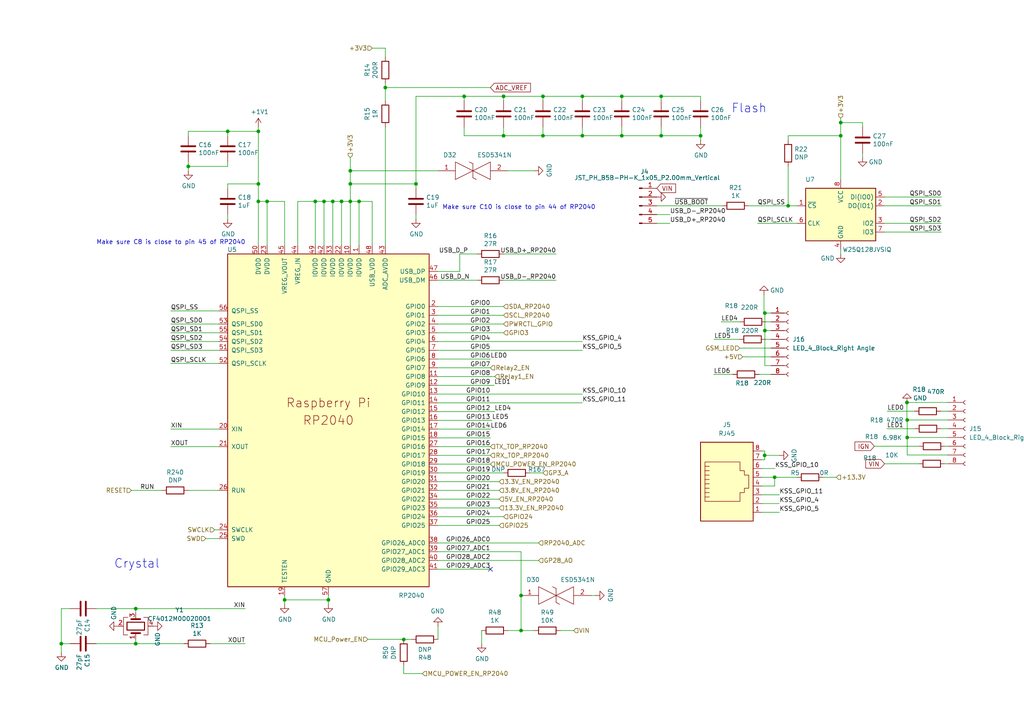
<source format=kicad_sch>
(kicad_sch (version 20231120) (generator "eeschema") (generator_version "8.0")
  (paper "A4")
  (lib_symbols
    (symbol "Connector:Conn_01x05_Male" (pin_names (offset 1.016) hide)
      (property "Reference" "J" (at 0 7.62 0))
      (property "Value" "Conn_01x05_Male" (at 0 -7.62 0))
      (symbol "Conn_01x05_Male_1_1"
        (pin passive line (at 5.08 5.08 180) (length 3.81) (name "Pin_1") (number "1"))
        (pin passive line (at 5.08 2.54 180) (length 3.81) (name "Pin_2") (number "2"))
        (pin passive line (at 5.08 0 180) (length 3.81) (name "Pin_3") (number "3"))
        (pin passive line (at 5.08 -2.54 180) (length 3.81) (name "Pin_4") (number "4"))
        (pin passive line (at 5.08 -5.08 180) (length 3.81) (name "Pin_5") (number "5"))
      )
    )
    (symbol "Connector:Conn_01x08_Socket" (pin_names (offset 1.016) hide)
      (property "Reference" "J" (at 0 10.16 0))
      (property "Value" "Conn_01x08_Socket" (at 0 -12.7 0))
      (symbol "Conn_01x08_Socket_1_1"
        (pin passive line (at -5.08 7.62 0) (length 3.81) (name "Pin_1") (number "1"))
        (pin passive line (at -5.08 5.08 0) (length 3.81) (name "Pin_2") (number "2"))
        (pin passive line (at -5.08 2.54 0) (length 3.81) (name "Pin_3") (number "3"))
        (pin passive line (at -5.08 0 0) (length 3.81) (name "Pin_4") (number "4"))
        (pin passive line (at -5.08 -2.54 0) (length 3.81) (name "Pin_5") (number "5"))
        (pin passive line (at -5.08 -5.08 0) (length 3.81) (name "Pin_6") (number "6"))
        (pin passive line (at -5.08 -7.62 0) (length 3.81) (name "Pin_7") (number "7"))
        (pin passive line (at -5.08 -10.16 0) (length 3.81) (name "Pin_8") (number "8"))
      )
    )
    (symbol "Connector:RJ45" (pin_names (offset 1.016))
      (property "Reference" "J" (at -5.08 13.97 0))
      (property "Value" "RJ45" (at 2.54 13.97 0))
      (symbol "RJ45_1_1"
        (pin passive line (at 10.16 -7.62 180) (length 2.54) (name "~") (number "1"))
        (pin passive line (at 10.16 -5.08 180) (length 2.54) (name "~") (number "2"))
        (pin passive line (at 10.16 -2.54 180) (length 2.54) (name "~") (number "3"))
        (pin passive line (at 10.16 0 180) (length 2.54) (name "~") (number "4"))
        (pin passive line (at 10.16 2.54 180) (length 2.54) (name "~") (number "5"))
        (pin passive line (at 10.16 5.08 180) (length 2.54) (name "~") (number "6"))
        (pin passive line (at 10.16 7.62 180) (length 2.54) (name "~") (number "7"))
        (pin passive line (at 10.16 10.16 180) (length 2.54) (name "~") (number "8"))
      )
    )
    (symbol "Device:C" (pin_numbers hide) (pin_names (offset 0.254))
      (property "Reference" "C" (at 0.635 2.54 0))
      (property "Value" "C" (at 0.635 -2.54 0))
      (symbol "C_1_1"
        (pin passive line (at 0 3.81 270) (length 2.794) (name "~") (number "1"))
        (pin passive line (at 0 -3.81 90) (length 2.794) (name "~") (number "2"))
      )
    )
    (symbol "Device:Crystal_GND24" (pin_names (offset 1.016) hide)
      (property "Reference" "Y" (at 3.175 5.08 0))
      (property "Value" "Crystal_GND24" (at 3.175 3.175 0))
      (symbol "Crystal_GND24_1_1"
        (pin passive line (at -3.81 0 0) (length 1.27) (name "1") (number "1"))
        (pin passive line (at 0 5.08 270) (length 1.27) (name "2") (number "2"))
        (pin passive line (at 3.81 0 180) (length 1.27) (name "3") (number "3"))
        (pin passive line (at 0 -5.08 90) (length 1.27) (name "4") (number "4"))
      )
    )
    (symbol "Device:R" (pin_numbers hide) (pin_names (offset 0))
      (property "Reference" "R" (at 2.032 0 90))
      (property "Value" "R" (at 0 0 90))
      (symbol "R_1_1"
        (pin passive line (at 0 3.81 270) (length 1.27) (name "~") (number "1"))
        (pin passive line (at 0 -3.81 90) (length 1.27) (name "~") (number "2"))
      )
    )
    (symbol "MCU_RaspberryPi_RP2040:RP2040" (pin_names (offset 1.016))
      (property "Reference" "U" (at -29.21 49.53 0))
      (property "Value" "RP2040" (at 24.13 -49.53 0))
      (symbol "RP2040_0_0"
        (text "Raspberry Pi" (at 0 5.08 0) (effects (font (size 2.54 2.54))))
        (text "RP2040" (at 0 0 0) (effects (font (size 2.54 2.54))))
      )
      (symbol "RP2040_1_1"
        (pin power_in line (at 8.89 50.8 270) (length 2.54) (name "IOVDD") (number "1"))
        (pin power_in line (at 6.35 50.8 270) (length 2.54) (name "IOVDD") (number "10"))
        (pin bidirectional line (at 31.75 12.7 180) (length 2.54) (name "GPIO8") (number "11"))
        (pin bidirectional line (at 31.75 10.16 180) (length 2.54) (name "GPIO9") (number "12"))
        (pin bidirectional line (at 31.75 7.62 180) (length 2.54) (name "GPIO10") (number "13"))
        (pin bidirectional line (at 31.75 5.08 180) (length 2.54) (name "GPIO11") (number "14"))
        (pin bidirectional line (at 31.75 2.54 180) (length 2.54) (name "GPIO12") (number "15"))
        (pin bidirectional line (at 31.75 0 180) (length 2.54) (name "GPIO13") (number "16"))
        (pin bidirectional line (at 31.75 -2.54 180) (length 2.54) (name "GPIO14") (number "17"))
        (pin bidirectional line (at 31.75 -5.08 180) (length 2.54) (name "GPIO15") (number "18"))
        (pin passive line (at -12.7 -50.8 90) (length 2.54) (name "TESTEN") (number "19"))
        (pin bidirectional line (at 31.75 33.02 180) (length 2.54) (name "GPIO0") (number "2"))
        (pin input line (at -31.75 -2.54 0) (length 2.54) (name "XIN") (number "20"))
        (pin passive line (at -31.75 -7.62 0) (length 2.54) (name "XOUT") (number "21"))
        (pin power_in line (at 3.81 50.8 270) (length 2.54) (name "IOVDD") (number "22"))
        (pin power_in line (at -17.78 50.8 270) (length 2.54) (name "DVDD") (number "23"))
        (pin output line (at -31.75 -31.75 0) (length 2.54) (name "SWCLK") (number "24"))
        (pin bidirectional line (at -31.75 -34.29 0) (length 2.54) (name "SWD") (number "25"))
        (pin input line (at -31.75 -20.32 0) (length 2.54) (name "RUN") (number "26"))
        (pin bidirectional line (at 31.75 -7.62 180) (length 2.54) (name "GPIO16") (number "27"))
        (pin bidirectional line (at 31.75 -10.16 180) (length 2.54) (name "GPIO17") (number "28"))
        (pin bidirectional line (at 31.75 -12.7 180) (length 2.54) (name "GPIO18") (number "29"))
        (pin bidirectional line (at 31.75 30.48 180) (length 2.54) (name "GPIO1") (number "3"))
        (pin bidirectional line (at 31.75 -15.24 180) (length 2.54) (name "GPIO19") (number "30"))
        (pin bidirectional line (at 31.75 -17.78 180) (length 2.54) (name "GPIO20") (number "31"))
        (pin bidirectional line (at 31.75 -20.32 180) (length 2.54) (name "GPIO21") (number "32"))
        (pin power_in line (at 1.27 50.8 270) (length 2.54) (name "IOVDD") (number "33"))
        (pin bidirectional line (at 31.75 -22.86 180) (length 2.54) (name "GPIO22") (number "34"))
        (pin bidirectional line (at 31.75 -25.4 180) (length 2.54) (name "GPIO23") (number "35"))
        (pin bidirectional line (at 31.75 -27.94 180) (length 2.54) (name "GPIO24") (number "36"))
        (pin bidirectional line (at 31.75 -30.48 180) (length 2.54) (name "GPIO25") (number "37"))
        (pin bidirectional line (at 31.75 -35.56 180) (length 2.54) (name "GPIO26_ADC0") (number "38"))
        (pin bidirectional line (at 31.75 -38.1 180) (length 2.54) (name "GPIO27_ADC1") (number "39"))
        (pin bidirectional line (at 31.75 27.94 180) (length 2.54) (name "GPIO2") (number "4"))
        (pin bidirectional line (at 31.75 -40.64 180) (length 2.54) (name "GPIO28_ADC2") (number "40"))
        (pin bidirectional line (at 31.75 -43.18 180) (length 2.54) (name "GPIO29_ADC3") (number "41"))
        (pin power_in line (at -1.27 50.8 270) (length 2.54) (name "IOVDD") (number "42"))
        (pin power_in line (at 16.51 50.8 270) (length 2.54) (name "ADC_AVDD") (number "43"))
        (pin power_in line (at -8.89 50.8 270) (length 2.54) (name "VREG_IN") (number "44"))
        (pin power_out line (at -12.7 50.8 270) (length 2.54) (name "VREG_VOUT") (number "45"))
        (pin bidirectional line (at 31.75 40.64 180) (length 2.54) (name "USB_DM") (number "46"))
        (pin bidirectional line (at 31.75 43.18 180) (length 2.54) (name "USB_DP") (number "47"))
        (pin power_in line (at 12.7 50.8 270) (length 2.54) (name "USB_VDD") (number "48"))
        (pin power_in line (at -3.81 50.8 270) (length 2.54) (name "IOVDD") (number "49"))
        (pin bidirectional line (at 31.75 25.4 180) (length 2.54) (name "GPIO3") (number "5"))
        (pin power_in line (at -20.32 50.8 270) (length 2.54) (name "DVDD") (number "50"))
        (pin bidirectional line (at -31.75 20.32 0) (length 2.54) (name "QSPI_SD3") (number "51"))
        (pin output line (at -31.75 16.51 0) (length 2.54) (name "QSPI_SCLK") (number "52"))
        (pin bidirectional line (at -31.75 27.94 0) (length 2.54) (name "QSPI_SD0") (number "53"))
        (pin bidirectional line (at -31.75 22.86 0) (length 2.54) (name "QSPI_SD2") (number "54"))
        (pin bidirectional line (at -31.75 25.4 0) (length 2.54) (name "QSPI_SD1") (number "55"))
        (pin bidirectional line (at -31.75 31.75 0) (length 2.54) (name "QSPI_SS") (number "56"))
        (pin power_in line (at 0 -50.8 90) (length 2.54) (name "GND") (number "57"))
        (pin bidirectional line (at 31.75 22.86 180) (length 2.54) (name "GPIO4") (number "6"))
        (pin bidirectional line (at 31.75 20.32 180) (length 2.54) (name "GPIO5") (number "7"))
        (pin bidirectional line (at 31.75 17.78 180) (length 2.54) (name "GPIO6") (number "8"))
        (pin bidirectional line (at 31.75 15.24 180) (length 2.54) (name "GPIO7") (number "9"))
      )
    )
    (symbol "Memory_Flash:W25Q128JVS"
      (property "Reference" "U" (at -8.89 8.89 0))
      (property "Value" "W25Q128JVS" (at 7.62 8.89 0))
      (symbol "W25Q128JVS_1_1"
        (pin input line (at -12.7 2.54 0) (length 2.54) (name "~{CS}") (number "1"))
        (pin bidirectional line (at 12.7 2.54 180) (length 2.54) (name "DO(IO1)") (number "2"))
        (pin bidirectional line (at 12.7 -2.54 180) (length 2.54) (name "IO2") (number "3"))
        (pin power_in line (at 0 -10.16 90) (length 2.54) (name "GND") (number "4"))
        (pin bidirectional line (at 12.7 5.08 180) (length 2.54) (name "DI(IO0)") (number "5"))
        (pin input line (at -12.7 -2.54 0) (length 2.54) (name "CLK") (number "6"))
        (pin bidirectional line (at 12.7 -5.08 180) (length 2.54) (name "IO3") (number "7"))
        (pin power_in line (at 0 10.16 270) (length 2.54) (name "VCC") (number "8"))
      )
    )
    (symbol "SP0402B-ULC-01ETG:SP0402B-ULC-01ETG" (pin_names (offset 0.762))
      (property "Reference" "D" (at 12.7 8.89 0))
      (property "Value" "SP0402B-ULC-01ETG" (at 12.7 6.35 0))
      (symbol "SP0402B-ULC-01ETG_0_0"
        (pin passive line (at 0 0 0) (length 5.08) (name "~") (number "1"))
        (pin passive line (at 20.32 0 180) (length 5.08) (name "~") (number "2"))
      )
    )
    (symbol "power:+1V1" (power) (pin_names (offset 0))
      (property "Value" "+1V1" (at 0 3.556 0))
      (symbol "+1V1_1_1"
        (pin power_in line (at 0 0 90) (length 0) hide (name "+1V1") (number "1"))
      )
    )
    (symbol "power:GND" (power) (pin_names (offset 0))
      (property "Value" "GND" (at 0 -3.81 0))
      (symbol "GND_1_1"
        (pin power_in line (at 0 0 270) (length 0) hide (name "GND") (number "1"))
      )
    )
  )
  (junction (at 111.76 25.4))
  (junction (at 54.61 48.26))
  (junction (at 221.8396 90.8043))
  (junction (at 39.37 186.69))
  (junction (at 151.13 182.88))
  (junction (at 180.34 27.94))
  (junction (at 117.1006 185.4727))
  (junction (at 101.6 49.53))
  (junction (at 101.6 58.42))
  (junction (at 263.1254 126.8876))
  (junction (at 221.7707 132.08))
  (junction (at 95.25 173.99))
  (junction (at 74.93 58.42))
  (junction (at 180.34 39.37))
  (junction (at 151.13 172.72))
  (junction (at 221.8396 95.8843))
  (junction (at 263.1254 121.8163))
  (junction (at 17.78 186.69))
  (junction (at 263.0568 116.7363))
  (junction (at 104.14 58.42))
  (junction (at 39.37 176.53))
  (junction (at 93.98 58.42))
  (junction (at 96.52 58.42))
  (junction (at 82.55 173.99))
  (junction (at 74.93 38.1))
  (junction (at 91.44 58.42))
  (junction (at 168.91 39.37))
  (junction (at 101.6 53.34))
  (junction (at 134.62 27.94))
  (junction (at 157.48 27.94))
  (junction (at 228.6 59.69))
  (junction (at 66.04 38.1))
  (junction (at 74.93 53.34))
  (junction (at 99.06 58.42))
  (junction (at 191.77 39.37))
  (junction (at 120.65 53.34))
  (junction (at 191.77 27.94))
  (junction (at 168.91 27.94))
  (junction (at 77.47 58.42))
  (junction (at 146.05 27.94))
  (junction (at 157.48 39.37))
  (junction (at 243.84 39.37))
  (junction (at 243.84 35.56))
  (junction (at 203.2 39.37))
  (junction (at 146.05 39.37))
  (junction (at 224.6746 138.43))
  (no_connect (at 142.24 165.1))
  (wire (pts (xy 111.76 36.83) (xy 111.76 71.12)))
  (wire (pts (xy 49.53 124.46) (xy 63.5 124.46)))
  (wire (pts (xy 59.69 156.21) (xy 63.5 156.21)))
  (wire (pts (xy 191.77 39.37) (xy 203.2 39.37)))
  (wire (pts (xy 66.04 53.34) (xy 74.93 53.34)))
  (wire (pts (xy 122.5125 195.3653) (xy 117.1006 195.3653)))
  (wire (pts (xy 127 160.02) (xy 151.13 160.02)))
  (wire (pts (xy 238.76 138.43) (xy 242.57 138.43)))
  (wire (pts (xy 191.77 27.94) (xy 203.2 27.94)))
  (wire (pts (xy 143.1694 119.3787) (xy 143.1694 119.38)))
  (wire (pts (xy 101.6 58.42) (xy 104.14 58.42)))
  (wire (pts (xy 127.039 181.6432) (xy 127.039 185.4532)))
  (wire (pts (xy 180.34 27.94) (xy 191.77 27.94)))
  (wire (pts (xy 143.4165 119.3774) (xy 143.4234 119.3787)))
  (wire (pts (xy 221.8396 90.8043) (xy 221.8396 95.8843)))
  (wire (pts (xy 142.24 109.2128) (xy 142.24 109.22)))
  (wire (pts (xy 82.55 173.99) (xy 95.25 173.99)))
  (wire (pts (xy 216.6521 103.4902) (xy 216.6521 103.5043)))
  (wire (pts (xy 180.34 39.37) (xy 168.91 39.37)))
  (wire (pts (xy 39.37 186.69) (xy 53.34 186.69)))
  (wire (pts (xy 142.6874 121.92) (xy 127 121.92)))
  (wire (pts (xy 127 49.53) (xy 101.6 49.53)))
  (wire (pts (xy 191.77 29.21) (xy 191.77 27.94)))
  (wire (pts (xy 86.36 58.42) (xy 91.44 58.42)))
  (wire (pts (xy 221.7707 132.08) (xy 221.7707 130.81)))
  (wire (pts (xy 146.05 27.94) (xy 157.48 27.94)))
  (wire (pts (xy 207.0067 108.5843) (xy 212.5516 108.5843)))
  (wire (pts (xy 54.61 46.99) (xy 54.61 48.26)))
  (wire (pts (xy 228.6 48.26) (xy 228.6 59.69)))
  (wire (pts (xy 127 142.24) (xy 144.78 142.24)))
  (wire (pts (xy 101.6 49.53) (xy 101.6 53.34)))
  (wire (pts (xy 127 104.14) (xy 142.24 104.14)))
  (wire (pts (xy 95.25 173.99) (xy 95.25 175.26)))
  (wire (pts (xy 118.2663 185.4532) (xy 119.419 185.4532)))
  (wire (pts (xy 111.76 13.97) (xy 107.95 13.97)))
  (wire (pts (xy 272.8769 119.2612) (xy 274.3404 119.2612)))
  (wire (pts (xy 127 106.68) (xy 142.24 106.68)))
  (wire (pts (xy 27.94 176.53) (xy 39.37 176.53)))
  (wire (pts (xy 120.65 27.94) (xy 120.65 53.34)))
  (wire (pts (xy 143.3159 111.7647) (xy 142.24 111.7647)))
  (wire (pts (xy 101.6 53.34) (xy 101.6 58.42)))
  (wire (pts (xy 153.67 137.16) (xy 157.48 137.16)))
  (wire (pts (xy 127 127) (xy 142.24 127)))
  (wire (pts (xy 220.98 143.51) (xy 226.06 143.51)))
  (wire (pts (xy 274.9191 116.7276) (xy 265.8174 116.7276)))
  (wire (pts (xy 60.96 186.69) (xy 71.12 186.69)))
  (wire (pts (xy 253.5964 129.4276) (xy 266.517 129.4276)))
  (wire (pts (xy 274.137 129.4276) (xy 274.9191 129.4276)))
  (wire (pts (xy 194.31 62.23) (xy 190.5 62.23)))
  (wire (pts (xy 127 96.52) (xy 146.05 96.52)))
  (wire (pts (xy 207.1393 98.4253) (xy 207.1393 98.4243)))
  (wire (pts (xy 93.98 58.42) (xy 96.52 58.42)))
  (wire (pts (xy 216.6521 103.5043) (xy 223.6347 103.5043)))
  (wire (pts (xy 223.6347 95.8843) (xy 221.8396 95.8843)))
  (wire (pts (xy 157.48 27.94) (xy 168.91 27.94)))
  (wire (pts (xy 194.31 64.77) (xy 190.5 64.77)))
  (wire (pts (xy 221.7707 133.35) (xy 221.7707 132.08)))
  (wire (pts (xy 66.04 54.61) (xy 66.04 53.34)))
  (wire (pts (xy 74.93 53.34) (xy 74.93 58.42)))
  (wire (pts (xy 20.32 176.53) (xy 17.78 176.53)))
  (wire (pts (xy 203.2 36.83) (xy 203.2 39.37)))
  (wire (pts (xy 99.06 71.12) (xy 99.06 58.42)))
  (wire (pts (xy 142.24 124.4539) (xy 142.24 124.46)))
  (wire (pts (xy 127 144.78) (xy 144.78 144.78)))
  (wire (pts (xy 263.0381 116.7363) (xy 263.0381 121.8163)))
  (wire (pts (xy 180.34 29.21) (xy 180.34 27.94)))
  (wire (pts (xy 146.05 39.37) (xy 134.62 39.37)))
  (wire (pts (xy 221.8396 95.8843) (xy 221.8396 106.0443)))
  (wire (pts (xy 215.8494 100.9643) (xy 223.6347 100.9643)))
  (wire (pts (xy 111.76 16.51) (xy 111.76 13.97)))
  (wire (pts (xy 221.8396 106.0443) (xy 223.6347 106.0443)))
  (wire (pts (xy 143.1694 119.38) (xy 127 119.38)))
  (wire (pts (xy 63.5 90.17) (xy 49.53 90.17)))
  (wire (pts (xy 274.9191 131.9676) (xy 263.1254 131.9676)))
  (wire (pts (xy 111.76 25.4) (xy 142.24 25.4)))
  (wire (pts (xy 207.0067 108.5876) (xy 207.0067 108.5843)))
  (wire (pts (xy 111.76 25.4) (xy 111.76 24.13)))
  (wire (pts (xy 222.2145 93.3443) (xy 223.6347 93.3443)))
  (wire (pts (xy 209.4507 93.3443) (xy 214.5945 93.3443)))
  (wire (pts (xy 66.04 39.37) (xy 66.04 38.1)))
  (wire (pts (xy 77.47 58.42) (xy 74.93 58.42)))
  (wire (pts (xy 146.05 36.83) (xy 146.05 39.37)))
  (wire (pts (xy 49.53 96.52) (xy 63.5 96.52)))
  (wire (pts (xy 256.54 67.31) (xy 273.05 67.31)))
  (wire (pts (xy 203.2 39.37) (xy 203.2 40.64)))
  (wire (pts (xy 134.62 27.94) (xy 146.05 27.94)))
  (wire (pts (xy 127 81.28) (xy 138.43 81.28)))
  (wire (pts (xy 74.93 58.42) (xy 74.93 71.12)))
  (wire (pts (xy 274.3404 119.2676) (xy 274.9191 119.2676)))
  (wire (pts (xy 127 162.56) (xy 156.21 162.56)))
  (wire (pts (xy 127 147.32) (xy 144.78 147.32)))
  (wire (pts (xy 215.4186 103.4902) (xy 216.6521 103.4902)))
  (wire (pts (xy 180.34 36.83) (xy 180.34 39.37)))
  (wire (pts (xy 107.95 71.12) (xy 107.95 58.42)))
  (wire (pts (xy 134.62 27.94) (xy 120.65 27.94)))
  (wire (pts (xy 168.91 29.21) (xy 168.91 27.94)))
  (wire (pts (xy 146.05 73.66) (xy 161.29 73.66)))
  (wire (pts (xy 203.2 29.21) (xy 203.2 27.94)))
  (wire (pts (xy 221.586 85.4822) (xy 221.586 90.8043)))
  (wire (pts (xy 120.65 62.23) (xy 120.65 63.5)))
  (wire (pts (xy 101.6 45.72) (xy 101.6 49.53)))
  (wire (pts (xy 49.53 101.6) (xy 63.5 101.6)))
  (wire (pts (xy 77.47 71.12) (xy 77.47 58.42)))
  (wire (pts (xy 20.32 186.69) (xy 17.78 186.69)))
  (wire (pts (xy 127 99.06) (xy 168.91 99.06)))
  (wire (pts (xy 49.53 99.06) (xy 63.5 99.06)))
  (wire (pts (xy 224.6746 138.43) (xy 220.98 138.43)))
  (wire (pts (xy 127 91.44) (xy 146.05 91.44)))
  (wire (pts (xy 166.37 182.88) (xy 162.56 182.88)))
  (wire (pts (xy 127 88.9) (xy 146.05 88.9)))
  (wire (pts (xy 82.55 71.12) (xy 82.55 58.42)))
  (wire (pts (xy 101.6 53.34) (xy 120.65 53.34)))
  (wire (pts (xy 191.77 36.83) (xy 191.77 39.37)))
  (wire (pts (xy 223.6347 90.8043) (xy 221.8396 90.8043)))
  (wire (pts (xy 214.5429 100.9726) (xy 215.8494 100.9726)))
  (wire (pts (xy 228.6 39.37) (xy 243.84 39.37)))
  (wire (pts (xy 151.13 160.02) (xy 151.13 172.72)))
  (wire (pts (xy 127 149.86) (xy 146.05 149.86)))
  (wire (pts (xy 265.8174 116.7363) (xy 263.0568 116.7363)))
  (wire (pts (xy 147.32 182.88) (xy 151.13 182.88)))
  (wire (pts (xy 104.14 58.42) (xy 104.14 71.12)))
  (wire (pts (xy 217.17 59.69) (xy 228.6 59.69)))
  (wire (pts (xy 263.1254 121.8163) (xy 263.1254 126.8876)))
  (wire (pts (xy 63.5 129.54) (xy 49.53 129.54)))
  (wire (pts (xy 257.3361 119.2612) (xy 265.2569 119.2612)))
  (wire (pts (xy 104.14 58.42) (xy 107.95 58.42)))
  (wire (pts (xy 106.68 185.42) (xy 116.1625 185.42)))
  (wire (pts (xy 257.8411 134.5076) (xy 266.4376 134.5076)))
  (wire (pts (xy 111.76 25.4) (xy 111.76 29.21)))
  (wire (pts (xy 263.0568 116.7363) (xy 263.0381 116.7363)))
  (wire (pts (xy 86.36 71.12) (xy 86.36 58.42)))
  (wire (pts (xy 118.2663 185.4727) (xy 118.2663 185.4532)))
  (wire (pts (xy 74.93 36.83) (xy 74.93 38.1)))
  (wire (pts (xy 142.24 111.7647) (xy 142.24 111.76)))
  (wire (pts (xy 243.84 39.37) (xy 243.84 52.07)))
  (wire (pts (xy 172.72 172.72) (xy 171.45 172.72)))
  (wire (pts (xy 127 116.84) (xy 168.91 116.84)))
  (wire (pts (xy 54.61 48.26) (xy 54.61 49.53)))
  (wire (pts (xy 74.93 38.1) (xy 74.93 53.34)))
  (wire (pts (xy 117.1006 185.4727) (xy 118.2663 185.4727)))
  (wire (pts (xy 224.6746 140.97) (xy 220.98 140.97)))
  (wire (pts (xy 272.9551 124.3476) (xy 274.9191 124.3476)))
  (wire (pts (xy 127 139.7) (xy 144.78 139.7)))
  (wire (pts (xy 133.35 73.66) (xy 138.43 73.66)))
  (wire (pts (xy 82.55 172.72) (xy 82.55 173.99)))
  (wire (pts (xy 221.586 90.8043) (xy 221.8396 90.8043)))
  (wire (pts (xy 82.55 173.99) (xy 82.55 175.26)))
  (wire (pts (xy 17.78 186.69) (xy 17.78 189.23)))
  (wire (pts (xy 220.98 133.35) (xy 221.7707 133.35)))
  (wire (pts (xy 220.98 148.59) (xy 226.06 148.59)))
  (wire (pts (xy 127 132.08) (xy 142.24 132.08)))
  (wire (pts (xy 127 157.48) (xy 156.21 157.48)))
  (wire (pts (xy 134.62 36.83) (xy 134.62 39.37)))
  (wire (pts (xy 220.98 146.05) (xy 226.06 146.05)))
  (wire (pts (xy 146.05 29.21) (xy 146.05 27.94)))
  (wire (pts (xy 139.7 186.69) (xy 139.7 182.88)))
  (wire (pts (xy 63.5 105.41) (xy 49.53 105.41)))
  (wire (pts (xy 27.94 186.69) (xy 39.37 186.69)))
  (wire (pts (xy 95.25 172.72) (xy 95.25 173.99)))
  (wire (pts (xy 17.78 176.53) (xy 17.78 186.69)))
  (wire (pts (xy 191.77 39.37) (xy 180.34 39.37)))
  (wire (pts (xy 54.61 142.24) (xy 63.5 142.24)))
  (wire (pts (xy 99.06 58.42) (xy 101.6 58.42)))
  (wire (pts (xy 66.04 38.1) (xy 74.93 38.1)))
  (wire (pts (xy 224.6746 138.43) (xy 231.14 138.43)))
  (wire (pts (xy 228.6 40.64) (xy 228.6 39.37)))
  (wire (pts (xy 256.54 59.69) (xy 273.05 59.69)))
  (wire (pts (xy 127 152.4) (xy 144.78 152.4)))
  (wire (pts (xy 96.52 71.12) (xy 96.52 58.42)))
  (wire (pts (xy 250.19 44.45) (xy 250.19 45.72)))
  (wire (pts (xy 117.1006 195.3653) (xy 117.1006 193.0927)))
  (wire (pts (xy 133.35 73.66) (xy 133.35 78.74)))
  (wire (pts (xy 256.54 57.15) (xy 273.05 57.15)))
  (wire (pts (xy 256.5555 134.5237) (xy 257.8411 134.5237)))
  (wire (pts (xy 116.1625 185.42) (xy 116.1625 185.4727)))
  (wire (pts (xy 116.1625 185.4727) (xy 117.1006 185.4727)))
  (wire (pts (xy 220.98 135.89) (xy 224.79 135.89)))
  (wire (pts (xy 263.1254 126.8876) (xy 263.1254 131.9676)))
  (wire (pts (xy 127 93.98) (xy 146.05 93.98)))
  (wire (pts (xy 134.62 29.21) (xy 134.62 27.94)))
  (wire (pts (xy 49.53 93.98) (xy 63.5 93.98)))
  (wire (pts (xy 274.0576 134.5076) (xy 274.9191 134.5076)))
  (wire (pts (xy 226.06 132.08) (xy 221.7707 132.08)))
  (wire (pts (xy 190.5 59.69) (xy 209.55 59.69)))
  (wire (pts (xy 257.238 124.3476) (xy 265.3351 124.3476)))
  (wire (pts (xy 127 109.22) (xy 142.24 109.22)))
  (wire (pts (xy 157.48 39.37) (xy 146.05 39.37)))
  (wire (pts (xy 54.61 38.1) (xy 66.04 38.1)))
  (wire (pts (xy 157.48 36.83) (xy 157.48 39.37)))
  (wire (pts (xy 257.8411 134.5237) (xy 257.8411 134.5076)))
  (wire (pts (xy 127 129.54) (xy 142.24 129.54)))
  (wire (pts (xy 54.61 48.26) (xy 66.04 48.26)))
  (wire (pts (xy 127 111.76) (xy 142.24 111.76)))
  (wire (pts (xy 91.44 71.12) (xy 91.44 58.42)))
  (wire (pts (xy 127 114.3) (xy 168.91 114.3)))
  (wire (pts (xy 93.98 71.12) (xy 93.98 58.42)))
  (wire (pts (xy 62.23 153.67) (xy 63.5 153.67)))
  (wire (pts (xy 127 165.1) (xy 142.24 165.1)))
  (wire (pts (xy 38.1 142.24) (xy 46.99 142.24)))
  (wire (pts (xy 243.84 35.56) (xy 243.84 39.37)))
  (wire (pts (xy 127 134.62) (xy 142.24 134.62)))
  (wire (pts (xy 82.55 58.42) (xy 77.47 58.42)))
  (wire (pts (xy 127 78.74) (xy 133.35 78.74)))
  (wire (pts (xy 143.4918 109.2128) (xy 142.24 109.2128)))
  (wire (pts (xy 274.9191 126.8876) (xy 263.1254 126.8876)))
  (wire (pts (xy 168.91 39.37) (xy 157.48 39.37)))
  (wire (pts (xy 66.04 48.26) (xy 66.04 46.99)))
  (wire (pts (xy 222.0746 98.4243) (xy 223.6347 98.4243)))
  (wire (pts (xy 243.84 34.29) (xy 243.84 35.56)))
  (wire (pts (xy 219.71 64.77) (xy 231.14 64.77)))
  (wire (pts (xy 127 124.46) (xy 142.24 124.46)))
  (wire (pts (xy 228.6 59.69) (xy 231.14 59.69)))
  (wire (pts (xy 243.84 72.39) (xy 243.84 73.66)))
  (wire (pts (xy 250.19 36.83) (xy 250.19 35.56)))
  (wire (pts (xy 274.3404 119.2612) (xy 274.3404 119.2676)))
  (wire (pts (xy 151.13 182.88) (xy 154.94 182.88)))
  (wire (pts (xy 207.1393 98.4243) (xy 214.4546 98.4243)))
  (wire (pts (xy 66.04 62.23) (xy 66.04 63.5)))
  (wire (pts (xy 263.0381 121.8163) (xy 263.1254 121.8163)))
  (wire (pts (xy 263.1254 121.8076) (xy 263.1254 121.8163)))
  (wire (pts (xy 220.1716 108.5843) (xy 223.6347 108.5843)))
  (wire (pts (xy 265.8174 116.7276) (xy 265.8174 116.7363)))
  (wire (pts (xy 39.37 177.8) (xy 39.37 176.53)))
  (wire (pts (xy 101.6 71.12) (xy 101.6 58.42)))
  (wire (pts (xy 39.37 176.53) (xy 71.12 176.53)))
  (wire (pts (xy 263.1254 121.8076) (xy 274.9191 121.8076)))
  (wire (pts (xy 39.37 185.42) (xy 39.37 186.69)))
  (wire (pts (xy 143.1694 119.3787) (xy 143.4165 119.3774)))
  (wire (pts (xy 151.13 172.72) (xy 151.13 182.88)))
  (wire (pts (xy 256.54 64.77) (xy 273.05 64.77)))
  (wire (pts (xy 146.05 81.28) (xy 161.29 81.28)))
  (wire (pts (xy 120.65 54.61) (xy 120.65 53.34)))
  (wire (pts (xy 168.91 27.94) (xy 180.34 27.94)))
  (wire (pts (xy 224.6746 138.43) (xy 224.6746 140.97)))
  (wire (pts (xy 209.4507 93.3472) (xy 209.4507 93.3443)))
  (wire (pts (xy 91.44 58.42) (xy 93.98 58.42)))
  (wire (pts (xy 127 101.6) (xy 168.91 101.6)))
  (wire (pts (xy 96.52 58.42) (xy 99.06 58.42)))
  (wire (pts (xy 250.19 35.56) (xy 243.84 35.56)))
  (wire (pts (xy 157.48 29.21) (xy 157.48 27.94)))
  (wire (pts (xy 215.8494 100.9726) (xy 215.8494 100.9643)))
  (wire (pts (xy 220.98 130.81) (xy 221.7707 130.81)))
  (wire (pts (xy 168.91 36.83) (xy 168.91 39.37)))
  (wire (pts (xy 54.61 39.37) (xy 54.61 38.1)))
  (wire (pts (xy 209.1967 93.3472) (xy 209.4507 93.3472)))
  (wire (pts (xy 147.32 49.53) (xy 154.94 49.53)))
  (wire (pts (xy 127 137.16) (xy 146.05 137.16)))
  (text "Make sure C8 is close to pin 45 of RP2040" (at 27.94 71.12 0) (effects (font (size 1.27 1.27)) (justify left bottom)))
  (text "Make sure C10 is close to pin 44 of RP2040" (at 128.27 60.96 0) (effects (font (size 1.27 1.27)) (justify left bottom)))
  (text "Flash" (at 212.09 33.02 0) (effects (font (size 2.54 2.54)) (justify left bottom)))
  (text "Crystal" (at 33.02 165.1 0) (effects (font (size 2.54 2.54)) (justify left bottom)))
  (label "USB_D_P" (at 135.7763 73.66 180))
  (label "GPIO22" (at 142.24 144.78 180))
  (label "GPIO17" (at 142.24 132.08 180))
  (label "GPIO9" (at 142.24 111.7647 180))
  (label "XIN" (at 71.12 176.53 180))
  (label "USB_D+_RP2040" (at 161.29 73.66 180))
  (label "GPIO5" (at 142.24 101.6 180))
  (label "KSS_GPIO_4" (at 168.91 99.06 0))
  (label "GPIO15" (at 142.24 127 180))
  (label "LED4" (at 143.4234 119.3787 0))
  (label "QSPI_SD0" (at 49.53 93.98 0))
  (label "GPIO18" (at 142.24 134.62 180))
  (label "GPIO26_ADC0" (at 142.24 157.48 180))
  (label "GPIO24" (at 142.24 149.86 180))
  (label "QSPI_SD2" (at 49.53 99.06 0))
  (label "GPIO27_ADC1" (at 142.24 160.02 180))
  (label "QSPI_SCLK" (at 219.71 64.77 0))
  (label "LED6" (at 142.24 124.46 0))
  (label "GPIO7" (at 142.24 106.68 180))
  (label "GPIO14" (at 142.24 124.4539 180))
  (label "GPIO3" (at 142.24 96.52 180))
  (label "LED0" (at 142.24 104.14 0))
  (label "GPIO0" (at 142.24 88.9 180))
  (label "LED1" (at 257.238 124.3476 0))
  (label "QSPI_SD3" (at 273.05 67.31 180))
  (label "GPIO11" (at 142.24 116.84 180))
  (label "LED6" (at 207.0067 108.5876 0))
  (label "QSPI_SD0" (at 273.05 57.15 180))
  (label "USB_D-_RP2040" (at 194.31 62.23 0))
  (label "GPIO4" (at 142.24 99.06 180))
  (label "LED5" (at 142.6874 121.92 0))
  (label "GPIO20" (at 142.24 139.7 180))
  (label "~{USB_BOOT}" (at 195.58 59.69 0))
  (label "GPIO13" (at 142.24 121.92 180))
  (label "LED0" (at 257.3361 119.2612 0))
  (label "GPIO12" (at 142.24 119.38 180))
  (label "GPIO6" (at 142.24 104.14 180))
  (label "KSS_GPIO_10" (at 168.91 114.3 0))
  (label "LED5" (at 207.1393 98.4253 0))
  (label "KSS_GPIO_5" (at 226.06 148.59 0))
  (label "GPIO29_ADC3" (at 142.24 165.1 180))
  (label "GPIO1" (at 142.24 91.44 180))
  (label "GPIO28_ADC2" (at 142.24 162.56 180))
  (label "KSS_GPIO_10" (at 224.79 135.89 0))
  (label "QSPI_SCLK" (at 49.53 105.41 0))
  (label "QSPI_SS" (at 49.53 90.17 0))
  (label "KSS_GPIO_4" (at 226.06 146.05 0))
  (label "GPIO23" (at 142.24 147.32 180))
  (label "QSPI_SD3" (at 49.53 101.6 0))
  (label "USB_D+_RP2040" (at 194.31 64.77 0))
  (label "KSS_GPIO_5" (at 168.91 101.6 0))
  (label "LED1" (at 143.3159 111.7647 0))
  (label "KSS_GPIO_11" (at 226.06 143.51 0))
  (label "RUN" (at 40.64 142.24 0))
  (label "USB_D_N" (at 136.2125 81.28 180))
  (label "GPIO19" (at 142.24 137.16 180))
  (label "GPIO10" (at 142.24 114.3 180))
  (label "QSPI_SD1" (at 273.05 59.69 180))
  (label "QSPI_SD2" (at 273.05 64.77 180))
  (label "GPIO16" (at 142.24 129.54 180))
  (label "XOUT" (at 49.53 129.54 0))
  (label "QSPI_SD1" (at 49.53 96.52 0))
  (label "GPIO8" (at 142.24 109.2128 180))
  (label "XOUT" (at 71.12 186.69 180))
  (label "GPIO25" (at 142.24 152.4 180))
  (label "QSPI_SS" (at 219.71 59.69 0))
  (label "XIN" (at 49.53 124.46 0))
  (label "LED4" (at 209.1967 93.3472 0))
  (label "GPIO21" (at 142.24 142.24 180))
  (label "KSS_GPIO_11" (at 168.91 116.84 0))
  (label "GPIO2" (at 142.24 93.98 180))
  (label "USB_D-_RP2040" (at 161.29 81.28 180))
  (global_label "ADC_VREF" (shape input) (at 142.24 25.4 0) (property "Intersheetrefs" "${INTERSHEET_REFS}" (effects (hide yes))))
  (global_label "IGN" (shape input) (at 253.5964 129.4276 180) (property "Intersheetrefs" "${INTERSHEET_REFS}" (effects (hide yes))))
  (global_label "VIN" (shape input) (at 256.5555 134.5237 180) (property "Intersheetrefs" "${INTERSHEET_REFS}" (effects (hide yes))))
  (global_label "VIN" (shape input) (at 190.5 54.61 0) (property "Intersheetrefs" "${INTERSHEET_REFS}" (effects (hide yes))))
  (hierarchical_label "GP3_A" (shape input) (at 157.48 137.16 0))
  (hierarchical_label "+3V3" (shape input) (at 101.6 45.72 90))
  (hierarchical_label "SCL_RP2040" (shape input) (at 146.05 91.44 0))
  (hierarchical_label "+3V3" (shape input) (at 107.95 13.97 180))
  (hierarchical_label "RP2040_ADC" (shape input) (at 156.21 157.48 0))
  (hierarchical_label "SDA_RP2040" (shape input) (at 146.05 88.9 0))
  (hierarchical_label "SWCLK" (shape input) (at 62.23 153.67 180))
  (hierarchical_label "Relay2_EN" (shape input) (at 142.24 106.68 0))
  (hierarchical_label "VIN" (shape input) (at 166.37 182.88 0))
  (hierarchical_label "GPIO25" (shape input) (at 144.78 152.4 0))
  (hierarchical_label "RX_TOP_RP2040" (shape input) (at 142.24 132.08 0))
  (hierarchical_label "5V_EN_RP2040" (shape input) (at 144.78 144.78 0))
  (hierarchical_label "13.3V_EN_RP2040" (shape input) (at 144.78 147.32 0))
  (hierarchical_label "MCU_Power_EN" (shape input) (at 106.68 185.42 180))
  (hierarchical_label "MCU_POWER_EN_RP2040" (shape input) (at 122.5125 195.3653 0))
  (hierarchical_label "MCU_POWER_EN_RP2040" (shape input) (at 142.24 134.62 0))
  (hierarchical_label "3.3V_EN_RP2040" (shape input) (at 144.78 139.7 0))
  (hierarchical_label "3.8V_EN_RP2040" (shape input) (at 144.78 142.24 0))
  (hierarchical_label "+13.3V" (shape input) (at 242.57 138.43 0))
  (hierarchical_label "GPIO24" (shape input) (at 146.05 149.86 0))
  (hierarchical_label "TX_TOP_RP2040" (shape input) (at 142.24 129.54 0))
  (hierarchical_label "SWD" (shape input) (at 59.69 156.21 180))
  (hierarchical_label "PWRCTL_GPIO" (shape input) (at 146.05 93.98 0))
  (hierarchical_label "GSM_LED" (shape input) (at 214.5429 100.9726 180))
  (hierarchical_label "GPIO3" (shape input) (at 146.05 96.52 0))
  (hierarchical_label "+5V" (shape input) (at 215.4186 103.4902 180))
  (hierarchical_label "+3V3" (shape input) (at 243.84 34.29 90))
  (hierarchical_label "RESET" (shape input) (at 38.1 142.24 180))
  (hierarchical_label "GP28_AO" (shape input) (at 156.21 162.56 0))
  (hierarchical_label "Relay1_EN" (shape input) (at 143.4918 109.2128 0))
  (symbol (lib_id "Device:R") (at 57.15 186.69 270) (unit 1)
    (property "Reference" "R13" (at 57.15 181.4322 90))
    (property "Value" "1K" (at 57.15 183.7436 90))
    (property "Footprint" "Resistor_SMD:R_0603_1608Metric" (effects (hide yes)))
    (property "MPN" "0603WAF1001T5E" (effects (hide yes)))
  )
  (symbol (lib_id "SP0402B-ULC-01ETG:SP0402B-ULC-01ETG") (at 127 49.53 0) (unit 1)
    (property "Reference" "D32" (at 128.524 44.958 0) (effects (justify left)))
    (property "Value" "ESD5341N" (at 138.43 44.958 0) (effects (justify left)))
    (property "Footprint" "Footprint Library:ESD5341N" (effects (hide yes)))
    (property "Datasheet" "https://www.mouser.com/datasheet/2/240/Littelfuse_TVS_Diode_Array_Ultra_Low_Capacitance_D-1021420.pdf" (effects (hide yes)))
    (property "Description" "ESD Suppressors / TVS Diodes 5V .13pF 20kV" (effects (hide yes)))
    (property "Manufacturer_Name" "LITTELFUSE" (effects (hide yes)))
    (property "Manufacturer_Part_Number" "SP0402B-ULC-01ETG" (effects (hide yes)))
    (property "Mouser Part Number" "576-SP0402BULC-01ETG" (effects (hide yes)))
    (property "Mouser Price/Stock" "https://www.mouser.co.uk/ProductDetail/Littelfuse/SP0402B-ULC-01ETG?qs=lM4gFlnEeENx4cnTNlk34g%3D%3D" (effects (hide yes)))
    (property "Arrow Part Number" "SP0402B-ULC-01ETG" (effects (hide yes)))
    (property "Arrow Price/Stock" "https://www.arrow.com/en/products/sp0402b-ulc-01etg/littelfuse?region=nac" (effects (hide yes)))
    (property "MPN" "ESD5341N" (effects (hide yes)))
  )
  (symbol (lib_id "Device:C") (at 24.13 186.69 270) (unit 1)
    (property "Reference" "C15" (at 25.2984 189.611 0) (effects (justify left)))
    (property "Value" "27pF" (at 22.987 189.611 0) (effects (justify left)))
    (property "Footprint" "Capacitor_SMD:C_0603_1608Metric" (effects (hide yes)))
    (property "MPN" "0603CG270J500NT" (effects (hide yes)))
  )
  (symbol (lib_id "Device:C") (at 24.13 176.53 270) (unit 1)
    (property "Reference" "C14" (at 25.2984 179.451 0) (effects (justify left)))
    (property "Value" "27pF" (at 22.987 179.451 0) (effects (justify left)))
    (property "Footprint" "Capacitor_SMD:C_0603_1608Metric" (effects (hide yes)))
    (property "MPN" "0603CG270J500NT" (effects (hide yes)))
  )
  (symbol (lib_id "Device:C") (at 191.77 33.02 0) (unit 1)
    (property "Reference" "C25" (at 194.691 31.8516 0) (effects (justify left)))
    (property "Value" "100nF" (at 194.691 34.163 0) (effects (justify left)))
    (property "Footprint" "Capacitor_SMD:C_0402_1005Metric" (effects (hide yes)))
    (property "MPN" "CC0402KRX7R7BB104" (effects (hide yes)))
  )
  (symbol (lib_id "Device:R") (at 269.1451 124.3476 90) (unit 1)
    (property "Reference" "R18" (at 254.2422 121.851 90))
    (property "Value" "470R" (at 259.5396 121.8334 90))
    (property "Footprint" "Resistor_SMD:R_0603_1608Metric" (effects (hide yes)))
    (property "MPN" "0603WAF4700T5E" (effects (hide yes)))
  )
  (symbol (lib_id "Device:R") (at 270.2476 134.5076 90) (unit 1)
    (property "Reference" "R18" (at 252.2744 132.8663 90))
    (property "Value" "10K" (at 258.6591 132.0151 90))
    (property "Footprint" "Resistor_SMD:R_0603_1608Metric" (effects (hide yes)))
    (property "MPN" "0603WAF1002T5E" (effects (hide yes)))
  )
  (symbol (lib_id "power:GND") (at 17.78 189.23 0) (unit 1)
    (property "Reference" "#PWR0135" (effects (hide yes)))
    (property "Value" "GND" (at 17.907 193.6242 0))
  )
  (symbol (lib_id "Device:R") (at 142.24 73.66 270) (unit 1)
    (property "Reference" "R16" (at 142.24 68.4022 90))
    (property "Value" "27R" (at 142.24 70.7136 90))
    (property "Footprint" "Resistor_SMD:R_0603_1608Metric" (effects (hide yes)))
    (property "MPN" "0603WAF270JT5E" (effects (hide yes)))
  )
  (symbol (lib_id "SP0402B-ULC-01ETG:SP0402B-ULC-01ETG") (at 151.13 172.72 0) (unit 1)
    (property "Reference" "D30" (at 152.654 168.148 0) (effects (justify left)))
    (property "Value" "ESD5341N" (at 162.56 168.148 0) (effects (justify left)))
    (property "Footprint" "Footprint Library:ESD5341N" (effects (hide yes)))
    (property "Datasheet" "https://www.mouser.com/datasheet/2/240/Littelfuse_TVS_Diode_Array_Ultra_Low_Capacitance_D-1021420.pdf" (effects (hide yes)))
    (property "Description" "ESD Suppressors / TVS Diodes 5V .13pF 20kV" (effects (hide yes)))
    (property "Manufacturer_Name" "LITTELFUSE" (effects (hide yes)))
    (property "Manufacturer_Part_Number" "SP0402B-ULC-01ETG" (effects (hide yes)))
    (property "Mouser Part Number" "576-SP0402BULC-01ETG" (effects (hide yes)))
    (property "Mouser Price/Stock" "https://www.mouser.co.uk/ProductDetail/Littelfuse/SP0402B-ULC-01ETG?qs=lM4gFlnEeENx4cnTNlk34g%3D%3D" (effects (hide yes)))
    (property "Arrow Part Number" "SP0402B-ULC-01ETG" (effects (hide yes)))
    (property "Arrow Price/Stock" "https://www.arrow.com/en/products/sp0402b-ulc-01etg/littelfuse?region=nac" (effects (hide yes)))
    (property "MPN" "ESD5341N" (effects (hide yes)))
  )
  (symbol (lib_id "Device:R") (at 216.3616 108.5843 90) (unit 1)
    (property "Reference" "R18" (at 215.2391 111.1275 90))
    (property "Value" "220R" (at 221.1324 110.998 90))
    (property "Footprint" "Resistor_SMD:R_0603_1608Metric" (effects (hide yes)))
    (property "MPN" "0603WAF2200T5E" (effects (hide yes)))
  )
  (symbol (lib_id "Device:C") (at 120.65 58.42 0) (unit 1)
    (property "Reference" "C19" (at 123.571 57.2516 0) (effects (justify left)))
    (property "Value" "1uF" (at 123.571 59.563 0) (effects (justify left)))
    (property "Footprint" "Capacitor_SMD:C_0603_1608Metric" (effects (hide yes)))
    (property "MPN" "CL10A105KB8NNNC" (effects (hide yes)))
  )
  (symbol (lib_id "power:GND") (at 95.25 175.26 0) (unit 1)
    (property "Reference" "#PWR0131" (effects (hide yes)))
    (property "Value" "GND" (at 95.377 179.6542 0))
  )
  (symbol (lib_id "power:GND") (at 221.586 85.4822 180) (unit 1)
    (property "Reference" "#PWR0114" (effects (hide yes)))
    (property "Value" "GND" (at 225.396 84.2122 0))
  )
  (symbol (lib_id "Device:R") (at 218.2646 98.4243 90) (unit 1)
    (property "Reference" "R18" (at 212.4312 95.8593 90))
    (property "Value" "220R" (at 217.5236 95.9021 90))
    (property "Footprint" "Resistor_SMD:R_0603_1608Metric" (effects (hide yes)))
    (property "MPN" "0603WAF2200T5E" (effects (hide yes)))
  )
  (symbol (lib_id "Device:R") (at 142.24 81.28 270) (unit 1)
    (property "Reference" "R17" (at 142.24 76.0222 90))
    (property "Value" "27R" (at 142.24 78.3336 90))
    (property "Footprint" "Resistor_SMD:R_0603_1608Metric" (effects (hide yes)))
    (property "MPN" "0603WAF270JT5E" (effects (hide yes)))
  )
  (symbol (lib_id "power:GND") (at 139.7 186.69 0) (unit 1)
    (property "Reference" "#PWR0174" (effects (hide yes)))
    (property "Value" "GND" (at 139.827 191.0842 0))
  )
  (symbol (lib_id "power:GND") (at 54.61 49.53 0) (unit 1)
    (property "Reference" "#PWR0128" (effects (hide yes)))
    (property "Value" "GND" (at 54.737 53.9242 0))
  )
  (symbol (lib_id "Device:C") (at 180.34 33.02 0) (unit 1)
    (property "Reference" "C24" (at 183.261 31.8516 0) (effects (justify left)))
    (property "Value" "100nF" (at 183.261 34.163 0) (effects (justify left)))
    (property "Footprint" "Capacitor_SMD:C_0402_1005Metric" (effects (hide yes)))
    (property "MPN" "CC0402KRX7R7BB104" (effects (hide yes)))
  )
  (symbol (lib_id "Device:C") (at 134.62 33.02 0) (unit 1)
    (property "Reference" "C20" (at 137.541 31.8516 0) (effects (justify left)))
    (property "Value" "100nF" (at 137.541 34.163 0) (effects (justify left)))
    (property "Footprint" "Capacitor_SMD:C_0402_1005Metric" (effects (hide yes)))
    (property "MPN" "CC0402KRX7R7BB104" (effects (hide yes)))
  )
  (symbol (lib_id "Memory_Flash:W25Q128JVS") (at 243.84 62.23 0) (unit 1)
    (property "Reference" "U7" (at 234.95 52.07 0))
    (property "Value" "W25Q128JVSIQ" (at 251.46 72.39 0))
    (property "Footprint" "Package_SO:SOIC-8_5.23x5.23mm_P1.27mm" (effects (hide yes)))
    (property "Datasheet" "http://www.winbond.com/resource-files/w25q128jv_dtr%20revc%2003272018%20plus.pdf" (effects (hide yes)))
    (property "MPN" "W25Q128JVSIQ" (effects (hide yes)))
  )
  (symbol (lib_id "Device:C") (at 146.05 33.02 0) (unit 1)
    (property "Reference" "C21" (at 148.971 31.8516 0) (effects (justify left)))
    (property "Value" "100nF" (at 148.971 34.163 0) (effects (justify left)))
    (property "Footprint" "Capacitor_SMD:C_0402_1005Metric" (effects (hide yes)))
    (property "MPN" "CC0402KRX7R7BB104" (effects (hide yes)))
  )
  (symbol (lib_id "power:GND") (at 127.039 181.6432 180) (unit 1)
    (property "Reference" "#PWR0174" (effects (hide yes)))
    (property "Value" "GND" (at 126.912 177.249 0))
  )
  (symbol (lib_id "Device:R") (at 143.51 182.88 270) (unit 1)
    (property "Reference" "R48" (at 143.51 177.6222 90))
    (property "Value" "1K" (at 143.51 179.9336 90))
    (property "Footprint" "Resistor_SMD:R_0603_1608Metric" (effects (hide yes)))
    (property "MPN" "0603WAF1001T5E" (effects (hide yes)))
  )
  (symbol (lib_id "power:GND") (at 34.29 181.61 270) (unit 1)
    (property "Reference" "#PWR0133" (effects (hide yes)))
    (property "Value" "GND" (at 33.02 177.8 0))
  )
  (symbol (lib_id "Connector:Conn_01x05_Male") (at 185.42 59.69 0) (unit 1)
    (property "Reference" "J4" (at 186.944 49.784 0))
    (property "Value" "JST_PH_B5B-PH-K_1x05_P2.00mm_Vertical" (at 187.706 51.562 0))
    (property "Footprint" "Connector_JST:JST_PH_B5B-PH-K_1x05_P2.00mm_Vertical" (effects (hide yes)))
  )
  (symbol (lib_id "Device:R") (at 228.6 44.45 0) (unit 1)
    (property "Reference" "R22" (at 230.378 43.2816 0) (effects (justify left)))
    (property "Value" "DNP" (at 230.378 45.593 0) (effects (justify left)))
    (property "Footprint" "Resistor_SMD:R_0603_1608Metric" (effects (hide yes)))
  )
  (symbol (lib_id "power:GND") (at 226.06 132.08 90) (unit 1)
    (property "Reference" "#PWR0114" (effects (hide yes)))
    (property "Value" "GND" (at 230.3493 132.1444 0))
  )
  (symbol (lib_id "Device:R") (at 50.8 142.24 270) (unit 1)
    (property "Reference" "R240" (at 50.8 136.9822 90))
    (property "Value" "DNP" (at 50.8 139.2936 90))
    (property "Footprint" "Resistor_SMD:R_0603_1608Metric" (effects (hide yes)))
  )
  (symbol (lib_id "Device:R") (at 158.75 182.88 270) (unit 1)
    (property "Reference" "R49" (at 158.75 177.6222 90))
    (property "Value" "10K" (at 158.75 179.9336 90))
    (property "Footprint" "Resistor_SMD:R_0603_1608Metric" (effects (hide yes)))
    (property "MPN" "0603WAF1002T5E" (effects (hide yes)))
  )
  (symbol (lib_id "power:GND") (at 154.94 49.53 90) (unit 1)
    (property "Reference" "#PWR057" (effects (hide yes)))
    (property "Value" "GND" (at 159.3342 49.403 0))
  )
  (symbol (lib_id "Device:R") (at 234.95 138.43 270) (unit 1)
    (property "Reference" "R5" (at 230.632 137.16 90))
    (property "Value" "0R" (at 239.014 137.16 90))
    (property "Footprint" "Resistor_SMD:R_0603_1608Metric" (effects (hide yes)))
  )
  (symbol (lib_id "Device:R") (at 149.86 137.16 90) (unit 1)
    (property "Reference" "R167" (at 155.702 136.144 90))
    (property "Value" "DNP" (at 144.526 136.144 90))
    (property "Footprint" "Resistor_SMD:R_0603_1608Metric" (effects (hide yes)))
    (property "Description" "Resistor" (effects (hide yes)))
  )
  (symbol (lib_id "Connector:RJ45") (at 210.82 140.97 0) (unit 1)
    (property "Reference" "J5" (at 210.82 123.19 0))
    (property "Value" "RJ45" (at 210.82 125.73 0))
    (property "Footprint" "Connector_RJ:RJ45_Amphenol_54602-x08_Horizontal" (effects (hide yes)))
    (property "MPN" "黑色 RJ45 8P" (effects (hide yes)))
  )
  (symbol (lib_id "Device:R") (at 111.76 20.32 0) (unit 1)
    (property "Reference" "R14" (at 106.5022 20.32 90))
    (property "Value" "200R" (at 108.8136 20.32 90))
    (property "Footprint" "Resistor_SMD:R_0603_1608Metric" (effects (hide yes)))
    (property "MPN" "0603WAF2000T5E" (effects (hide yes)))
  )
  (symbol (lib_id "Device:C") (at 203.2 33.02 0) (unit 1)
    (property "Reference" "C26" (at 206.121 31.8516 0) (effects (justify left)))
    (property "Value" "100nF" (at 206.121 34.163 0) (effects (justify left)))
    (property "Footprint" "Capacitor_SMD:C_0402_1005Metric" (effects (hide yes)))
    (property "MPN" "CC0402KRX7R7BB104" (effects (hide yes)))
  )
  (symbol (lib_id "Device:C") (at 66.04 43.18 0) (unit 1)
    (property "Reference" "C17" (at 68.961 42.0116 0) (effects (justify left)))
    (property "Value" "100nF" (at 68.961 44.323 0) (effects (justify left)))
    (property "Footprint" "Capacitor_SMD:C_0402_1005Metric" (effects (hide yes)))
    (property "MPN" "CC0402KRX7R7BB104" (effects (hide yes)))
  )
  (symbol (lib_id "MCU_RaspberryPi_RP2040:RP2040") (at 95.25 121.92 0) (unit 1)
    (property "Reference" "U5" (at 67.31 72.39 0))
    (property "Value" "RP2040" (at 119.38 172.72 0))
    (property "Footprint" "RP2040_minimal:RP2040-QFN-56" (effects (hide yes)))
    (property "MPN" "RP2040" (effects (hide yes)))
  )
  (symbol (lib_id "power:GND") (at 243.84 73.66 0) (unit 1)
    (property "Reference" "#PWR0151" (effects (hide yes)))
    (property "Value" "GND" (at 240.03 74.93 0))
  )
  (symbol (lib_id "Device:C") (at 66.04 58.42 0) (unit 1)
    (property "Reference" "C18" (at 68.961 57.2516 0) (effects (justify left)))
    (property "Value" "1uF" (at 68.961 59.563 0) (effects (justify left)))
    (property "Footprint" "Capacitor_SMD:C_0603_1608Metric" (effects (hide yes)))
    (property "MPN" "CL10A105KB8NNNC" (effects (hide yes)))
  )
  (symbol (lib_id "Device:C") (at 157.48 33.02 0) (unit 1)
    (property "Reference" "C22" (at 160.401 31.8516 0) (effects (justify left)))
    (property "Value" "100nF" (at 160.401 34.163 0) (effects (justify left)))
    (property "Footprint" "Capacitor_SMD:C_0402_1005Metric" (effects (hide yes)))
    (property "MPN" "CC0402KRX7R7BB104" (effects (hide yes)))
  )
  (symbol (lib_id "power:GND") (at 44.45 181.61 90) (unit 1)
    (property "Reference" "#PWR0134" (effects (hide yes)))
    (property "Value" "GND" (at 45.72 185.42 0))
  )
  (symbol (lib_id "Connector:Conn_01x08_Socket") (at 228.7147 98.4243 0) (unit 1)
    (property "Reference" "J16" (at 229.87 98.4242 0) (effects (justify left)))
    (property "Value" "LED_4_Block_Right Angle" (at 229.87 100.9642 0) (effects (justify left)))
    (property "Footprint" "LED_4:LED_4_Block" (effects (hide yes)))
    (property "Description" "Generic connector, single row, 01x08, script generated" (effects (hide yes)))
    (property "MPN" "3mm四孔灯座带灯" (effects (hide yes)))
  )
  (symbol (lib_id "Device:R") (at 123.229 185.4532 90) (unit 1)
    (property "Reference" "R48" (at 123.229 190.711 90))
    (property "Value" "DNP" (at 123.229 188.3996 90))
    (property "Footprint" "Resistor_SMD:R_0603_1608Metric" (effects (hide yes)))
  )
  (symbol (lib_id "power:GND") (at 190.5 57.15 90) (unit 1)
    (property "Reference" "#PWR0139" (effects (hide yes)))
    (property "Value" "GND" (effects (hide yes)))
  )
  (symbol (lib_id "Device:R") (at 269.0669 119.2612 90) (unit 1)
    (property "Reference" "R18" (at 266.5792 112.9634 90))
    (property "Value" "470R" (at 271.4189 113.6322 90))
    (property "Footprint" "Resistor_SMD:R_0603_1608Metric" (effects (hide yes)))
    (property "MPN" "0603WAF4700T5E" (effects (hide yes)))
  )
  (symbol (lib_id "Device:R") (at 111.76 33.02 0) (unit 1)
    (property "Reference" "R15" (at 106.5022 33.02 90))
    (property "Value" "1R" (at 108.8136 33.02 90))
    (property "Footprint" "Resistor_SMD:R_0603_1608Metric" (effects (hide yes)))
    (property "MPN" "0603WAF100KT5E" (effects (hide yes)))
  )
  (symbol (lib_id "power:GND") (at 263.0568 116.7363 180) (unit 1)
    (property "Reference" "#PWR0114" (effects (hide yes)))
    (property "Value" "GND" (at 266.8668 115.4663 0))
  )
  (symbol (lib_id "Device:R") (at 270.327 129.4276 90) (unit 1)
    (property "Reference" "R18" (at 252.8002 126.657 90))
    (property "Value" "6.98K" (at 258.7843 126.9574 90))
    (property "Footprint" "Resistor_SMD:R_0603_1608Metric" (effects (hide yes)))
  )
  (symbol (lib_id "Device:C") (at 250.19 40.64 0) (unit 1)
    (property "Reference" "C27" (at 253.111 39.4716 0) (effects (justify left)))
    (property "Value" "100nF" (at 253.111 41.783 0) (effects (justify left)))
    (property "Footprint" "Capacitor_SMD:C_0402_1005Metric" (effects (hide yes)))
    (property "MPN" "CC0402KRX7R7BB104" (effects (hide yes)))
  )
  (symbol (lib_id "Device:R") (at 218.4045 93.3443 90) (unit 1)
    (property "Reference" "R18" (at 212.1173 88.7002 90))
    (property "Value" "220R" (at 217.3628 89.1563 90))
    (property "Footprint" "Resistor_SMD:R_0603_1608Metric" (effects (hide yes)))
    (property "MPN" "0603WAF2200T5E" (effects (hide yes)))
  )
  (symbol (lib_id "power:GND") (at 120.65 63.5 0) (unit 1)
    (property "Reference" "#PWR0127" (effects (hide yes)))
    (property "Value" "GND" (at 120.777 67.8942 0))
  )
  (symbol (lib_id "Device:R") (at 213.36 59.69 270) (unit 1)
    (property "Reference" "R21" (at 213.36 54.4322 90))
    (property "Value" "1K" (at 213.36 56.7436 90))
    (property "Footprint" "Resistor_SMD:R_0603_1608Metric" (effects (hide yes)))
    (property "MPN" "0603WAF1001T5E" (effects (hide yes)))
  )
  (symbol (lib_id "power:GND") (at 172.72 172.72 90) (unit 1)
    (property "Reference" "#PWR0175" (effects (hide yes)))
    (property "Value" "GND" (at 177.1142 172.593 0))
  )
  (symbol (lib_id "Device:Crystal_GND24") (at 39.37 181.61 90) (unit 1)
    (property "Reference" "Y1" (at 52.07 176.911 90))
    (property "Value" "CF4012M00020001" (at 52.07 179.451 90))
    (property "Footprint" "Crystal:Crystal_SMD_3225-4Pin_3.2x2.5mm" (effects (hide yes)))
    (property "MPN" "CF4012M00020001" (effects (hide yes)))
  )
  (symbol (lib_id "power:GND") (at 203.2 40.64 0) (unit 1)
    (property "Reference" "#PWR0138" (effects (hide yes)))
    (property "Value" "GND" (at 203.327 45.0342 0))
  )
  (symbol (lib_id "power:+1V1") (at 74.93 36.83 0) (unit 1)
    (property "Reference" "#PWR0130" (effects (hide yes)))
    (property "Value" "+1V1" (at 75.311 32.4358 0))
  )
  (symbol (lib_id "Connector:Conn_01x08_Socket") (at 279.9991 124.3476 0) (unit 1)
    (property "Reference" "J15" (at 281.0942 124.3475 0) (effects (justify left)))
    (property "Value" "LED_4_Block_Right Angle" (at 281.0942 126.8875 0) (effects (justify left)))
    (property "Footprint" "LED_4:LED_4_Block" (effects (hide yes)))
    (property "Description" "Generic connector, single row, 01x08, script generated" (effects (hide yes)))
    (property "MPN" "3mm四孔灯座带灯" (effects (hide yes)))
  )
  (symbol (lib_id "Device:R") (at 117.1006 189.2827 0) (unit 1)
    (property "Reference" "R50" (at 111.8428 189.2827 90))
    (property "Value" "DNP" (at 114.1542 189.2827 90))
    (property "Footprint" "Resistor_SMD:R_0603_1608Metric" (effects (hide yes)))
  )
  (symbol (lib_id "Device:C") (at 168.91 33.02 0) (unit 1)
    (property "Reference" "C23" (at 171.831 31.8516 0) (effects (justify left)))
    (property "Value" "100nF" (at 171.831 34.163 0) (effects (justify left)))
    (property "Footprint" "Capacitor_SMD:C_0402_1005Metric" (effects (hide yes)))
    (property "MPN" "CC0402KRX7R7BB104" (effects (hide yes)))
  )
  (symbol (lib_id "power:GND") (at 82.55 175.26 0) (unit 1)
    (property "Reference" "#PWR0132" (effects (hide yes)))
    (property "Value" "GND" (at 82.677 179.6542 0))
  )
  (symbol (lib_id "power:GND") (at 66.04 63.5 0) (unit 1)
    (property "Reference" "#PWR0129" (effects (hide yes)))
    (property "Value" "GND" (at 66.167 67.8942 0))
  )
  (symbol (lib_id "Device:C") (at 54.61 43.18 0) (unit 1)
    (property "Reference" "C16" (at 57.531 42.0116 0) (effects (justify left)))
    (property "Value" "100nF" (at 57.531 44.323 0) (effects (justify left)))
    (property "Footprint" "Capacitor_SMD:C_0402_1005Metric" (effects (hide yes)))
    (property "MPN" "CC0402KRX7R7BB104" (effects (hide yes)))
  )
  (symbol (lib_id "power:GND") (at 250.19 45.72 0) (unit 1)
    (property "Reference" "#PWR0145" (effects (hide yes)))
    (property "Value" "GND" (at 254 46.99 0))
  )
)
</source>
